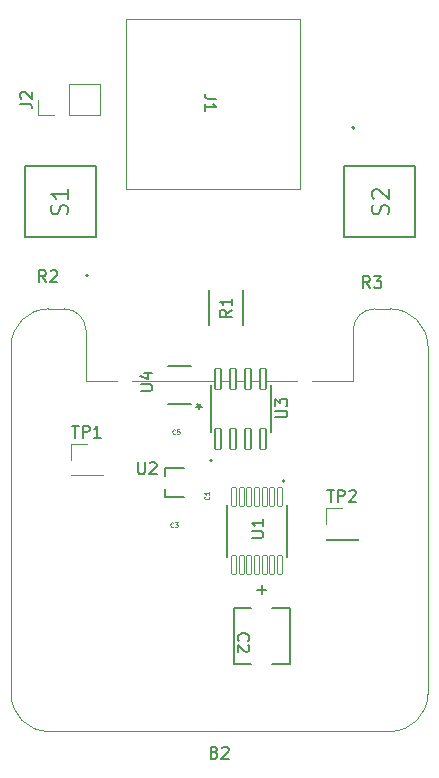
<source format=gto>
G04 #@! TF.GenerationSoftware,KiCad,Pcbnew,7.0.5*
G04 #@! TF.CreationDate,2023-07-10T18:36:48-07:00*
G04 #@! TF.ProjectId,Breakout,42726561-6b6f-4757-942e-6b696361645f,rev?*
G04 #@! TF.SameCoordinates,Original*
G04 #@! TF.FileFunction,Legend,Top*
G04 #@! TF.FilePolarity,Positive*
%FSLAX46Y46*%
G04 Gerber Fmt 4.6, Leading zero omitted, Abs format (unit mm)*
G04 Created by KiCad (PCBNEW 7.0.5) date 2023-07-10 18:36:48*
%MOMM*%
%LPD*%
G01*
G04 APERTURE LIST*
G04 Aperture macros list*
%AMRoundRect*
0 Rectangle with rounded corners*
0 $1 Rounding radius*
0 $2 $3 $4 $5 $6 $7 $8 $9 X,Y pos of 4 corners*
0 Add a 4 corners polygon primitive as box body*
4,1,4,$2,$3,$4,$5,$6,$7,$8,$9,$2,$3,0*
0 Add four circle primitives for the rounded corners*
1,1,$1+$1,$2,$3*
1,1,$1+$1,$4,$5*
1,1,$1+$1,$6,$7*
1,1,$1+$1,$8,$9*
0 Add four rect primitives between the rounded corners*
20,1,$1+$1,$2,$3,$4,$5,0*
20,1,$1+$1,$4,$5,$6,$7,0*
20,1,$1+$1,$6,$7,$8,$9,0*
20,1,$1+$1,$8,$9,$2,$3,0*%
G04 Aperture macros list end*
%ADD10C,0.150000*%
%ADD11C,0.098425*%
%ADD12C,0.120000*%
%ADD13C,0.200000*%
%ADD14C,0.127000*%
%ADD15C,0.152400*%
%ADD16C,2.700000*%
%ADD17R,1.700000X1.700000*%
%ADD18C,1.700000*%
%ADD19RoundRect,0.048800X0.256200X-0.871200X0.256200X0.871200X-0.256200X0.871200X-0.256200X-0.871200X0*%
%ADD20R,0.758800X0.350799*%
%ADD21R,0.920000X0.980000*%
%ADD22R,2.667000X1.955800*%
%ADD23R,1.106399X0.466400*%
%ADD24R,1.400000X2.100000*%
%ADD25R,0.980000X0.920000*%
%ADD26R,0.972299X0.558000*%
%ADD27RoundRect,0.020500X-0.184500X0.764500X-0.184500X-0.764500X0.184500X-0.764500X0.184500X0.764500X0*%
%ADD28O,1.700000X1.700000*%
%ADD29R,1.092200X2.108200*%
%ADD30C,3.100000*%
%ADD31R,1.725000X1.725000*%
%ADD32C,1.725000*%
G04 APERTURE END LIST*
D10*
X122317238Y-126631009D02*
X122460095Y-126678628D01*
X122460095Y-126678628D02*
X122507714Y-126726247D01*
X122507714Y-126726247D02*
X122555333Y-126821485D01*
X122555333Y-126821485D02*
X122555333Y-126964342D01*
X122555333Y-126964342D02*
X122507714Y-127059580D01*
X122507714Y-127059580D02*
X122460095Y-127107200D01*
X122460095Y-127107200D02*
X122364857Y-127154819D01*
X122364857Y-127154819D02*
X121983905Y-127154819D01*
X121983905Y-127154819D02*
X121983905Y-126154819D01*
X121983905Y-126154819D02*
X122317238Y-126154819D01*
X122317238Y-126154819D02*
X122412476Y-126202438D01*
X122412476Y-126202438D02*
X122460095Y-126250057D01*
X122460095Y-126250057D02*
X122507714Y-126345295D01*
X122507714Y-126345295D02*
X122507714Y-126440533D01*
X122507714Y-126440533D02*
X122460095Y-126535771D01*
X122460095Y-126535771D02*
X122412476Y-126583390D01*
X122412476Y-126583390D02*
X122317238Y-126631009D01*
X122317238Y-126631009D02*
X121983905Y-126631009D01*
X122936286Y-126250057D02*
X122983905Y-126202438D01*
X122983905Y-126202438D02*
X123079143Y-126154819D01*
X123079143Y-126154819D02*
X123317238Y-126154819D01*
X123317238Y-126154819D02*
X123412476Y-126202438D01*
X123412476Y-126202438D02*
X123460095Y-126250057D01*
X123460095Y-126250057D02*
X123507714Y-126345295D01*
X123507714Y-126345295D02*
X123507714Y-126440533D01*
X123507714Y-126440533D02*
X123460095Y-126583390D01*
X123460095Y-126583390D02*
X122888667Y-127154819D01*
X122888667Y-127154819D02*
X123507714Y-127154819D01*
X127454819Y-98261904D02*
X128264342Y-98261904D01*
X128264342Y-98261904D02*
X128359580Y-98214285D01*
X128359580Y-98214285D02*
X128407200Y-98166666D01*
X128407200Y-98166666D02*
X128454819Y-98071428D01*
X128454819Y-98071428D02*
X128454819Y-97880952D01*
X128454819Y-97880952D02*
X128407200Y-97785714D01*
X128407200Y-97785714D02*
X128359580Y-97738095D01*
X128359580Y-97738095D02*
X128264342Y-97690476D01*
X128264342Y-97690476D02*
X127454819Y-97690476D01*
X127454819Y-97309523D02*
X127454819Y-96690476D01*
X127454819Y-96690476D02*
X127835771Y-97023809D01*
X127835771Y-97023809D02*
X127835771Y-96880952D01*
X127835771Y-96880952D02*
X127883390Y-96785714D01*
X127883390Y-96785714D02*
X127931009Y-96738095D01*
X127931009Y-96738095D02*
X128026247Y-96690476D01*
X128026247Y-96690476D02*
X128264342Y-96690476D01*
X128264342Y-96690476D02*
X128359580Y-96738095D01*
X128359580Y-96738095D02*
X128407200Y-96785714D01*
X128407200Y-96785714D02*
X128454819Y-96880952D01*
X128454819Y-96880952D02*
X128454819Y-97166666D01*
X128454819Y-97166666D02*
X128407200Y-97261904D01*
X128407200Y-97261904D02*
X128359580Y-97309523D01*
X108037333Y-86814819D02*
X107704000Y-86338628D01*
X107465905Y-86814819D02*
X107465905Y-85814819D01*
X107465905Y-85814819D02*
X107846857Y-85814819D01*
X107846857Y-85814819D02*
X107942095Y-85862438D01*
X107942095Y-85862438D02*
X107989714Y-85910057D01*
X107989714Y-85910057D02*
X108037333Y-86005295D01*
X108037333Y-86005295D02*
X108037333Y-86148152D01*
X108037333Y-86148152D02*
X107989714Y-86243390D01*
X107989714Y-86243390D02*
X107942095Y-86291009D01*
X107942095Y-86291009D02*
X107846857Y-86338628D01*
X107846857Y-86338628D02*
X107465905Y-86338628D01*
X108418286Y-85910057D02*
X108465905Y-85862438D01*
X108465905Y-85862438D02*
X108561143Y-85814819D01*
X108561143Y-85814819D02*
X108799238Y-85814819D01*
X108799238Y-85814819D02*
X108894476Y-85862438D01*
X108894476Y-85862438D02*
X108942095Y-85910057D01*
X108942095Y-85910057D02*
X108989714Y-86005295D01*
X108989714Y-86005295D02*
X108989714Y-86100533D01*
X108989714Y-86100533D02*
X108942095Y-86243390D01*
X108942095Y-86243390D02*
X108370667Y-86814819D01*
X108370667Y-86814819D02*
X108989714Y-86814819D01*
D11*
X118806383Y-107519519D02*
X118787635Y-107538267D01*
X118787635Y-107538267D02*
X118731392Y-107557014D01*
X118731392Y-107557014D02*
X118693897Y-107557014D01*
X118693897Y-107557014D02*
X118637654Y-107538267D01*
X118637654Y-107538267D02*
X118600159Y-107500771D01*
X118600159Y-107500771D02*
X118581411Y-107463276D01*
X118581411Y-107463276D02*
X118562663Y-107388285D01*
X118562663Y-107388285D02*
X118562663Y-107332042D01*
X118562663Y-107332042D02*
X118581411Y-107257052D01*
X118581411Y-107257052D02*
X118600159Y-107219556D01*
X118600159Y-107219556D02*
X118637654Y-107182061D01*
X118637654Y-107182061D02*
X118693897Y-107163313D01*
X118693897Y-107163313D02*
X118731392Y-107163313D01*
X118731392Y-107163313D02*
X118787635Y-107182061D01*
X118787635Y-107182061D02*
X118806383Y-107200809D01*
X118937617Y-107163313D02*
X119181336Y-107163313D01*
X119181336Y-107163313D02*
X119050103Y-107313295D01*
X119050103Y-107313295D02*
X119106346Y-107313295D01*
X119106346Y-107313295D02*
X119143841Y-107332042D01*
X119143841Y-107332042D02*
X119162589Y-107350790D01*
X119162589Y-107350790D02*
X119181336Y-107388285D01*
X119181336Y-107388285D02*
X119181336Y-107482024D01*
X119181336Y-107482024D02*
X119162589Y-107519519D01*
X119162589Y-107519519D02*
X119143841Y-107538267D01*
X119143841Y-107538267D02*
X119106346Y-107557014D01*
X119106346Y-107557014D02*
X118993860Y-107557014D01*
X118993860Y-107557014D02*
X118956364Y-107538267D01*
X118956364Y-107538267D02*
X118937617Y-107519519D01*
D10*
X123754819Y-89166666D02*
X123278628Y-89499999D01*
X123754819Y-89738094D02*
X122754819Y-89738094D01*
X122754819Y-89738094D02*
X122754819Y-89357142D01*
X122754819Y-89357142D02*
X122802438Y-89261904D01*
X122802438Y-89261904D02*
X122850057Y-89214285D01*
X122850057Y-89214285D02*
X122945295Y-89166666D01*
X122945295Y-89166666D02*
X123088152Y-89166666D01*
X123088152Y-89166666D02*
X123183390Y-89214285D01*
X123183390Y-89214285D02*
X123231009Y-89261904D01*
X123231009Y-89261904D02*
X123278628Y-89357142D01*
X123278628Y-89357142D02*
X123278628Y-89738094D01*
X123754819Y-88214285D02*
X123754819Y-88785713D01*
X123754819Y-88499999D02*
X122754819Y-88499999D01*
X122754819Y-88499999D02*
X122897676Y-88595237D01*
X122897676Y-88595237D02*
X122992914Y-88690475D01*
X122992914Y-88690475D02*
X123040533Y-88785713D01*
X115824095Y-102070819D02*
X115824095Y-102880342D01*
X115824095Y-102880342D02*
X115871714Y-102975580D01*
X115871714Y-102975580D02*
X115919333Y-103023200D01*
X115919333Y-103023200D02*
X116014571Y-103070819D01*
X116014571Y-103070819D02*
X116205047Y-103070819D01*
X116205047Y-103070819D02*
X116300285Y-103023200D01*
X116300285Y-103023200D02*
X116347904Y-102975580D01*
X116347904Y-102975580D02*
X116395523Y-102880342D01*
X116395523Y-102880342D02*
X116395523Y-102070819D01*
X116824095Y-102166057D02*
X116871714Y-102118438D01*
X116871714Y-102118438D02*
X116966952Y-102070819D01*
X116966952Y-102070819D02*
X117205047Y-102070819D01*
X117205047Y-102070819D02*
X117300285Y-102118438D01*
X117300285Y-102118438D02*
X117347904Y-102166057D01*
X117347904Y-102166057D02*
X117395523Y-102261295D01*
X117395523Y-102261295D02*
X117395523Y-102356533D01*
X117395523Y-102356533D02*
X117347904Y-102499390D01*
X117347904Y-102499390D02*
X116776476Y-103070819D01*
X116776476Y-103070819D02*
X117395523Y-103070819D01*
X109793200Y-81076666D02*
X109859866Y-80876666D01*
X109859866Y-80876666D02*
X109859866Y-80543333D01*
X109859866Y-80543333D02*
X109793200Y-80409999D01*
X109793200Y-80409999D02*
X109726533Y-80343333D01*
X109726533Y-80343333D02*
X109593200Y-80276666D01*
X109593200Y-80276666D02*
X109459866Y-80276666D01*
X109459866Y-80276666D02*
X109326533Y-80343333D01*
X109326533Y-80343333D02*
X109259866Y-80409999D01*
X109259866Y-80409999D02*
X109193200Y-80543333D01*
X109193200Y-80543333D02*
X109126533Y-80809999D01*
X109126533Y-80809999D02*
X109059866Y-80943333D01*
X109059866Y-80943333D02*
X108993200Y-81009999D01*
X108993200Y-81009999D02*
X108859866Y-81076666D01*
X108859866Y-81076666D02*
X108726533Y-81076666D01*
X108726533Y-81076666D02*
X108593200Y-81009999D01*
X108593200Y-81009999D02*
X108526533Y-80943333D01*
X108526533Y-80943333D02*
X108459866Y-80809999D01*
X108459866Y-80809999D02*
X108459866Y-80476666D01*
X108459866Y-80476666D02*
X108526533Y-80276666D01*
X109859866Y-78943333D02*
X109859866Y-79743333D01*
X109859866Y-79343333D02*
X108459866Y-79343333D01*
X108459866Y-79343333D02*
X108659866Y-79476666D01*
X108659866Y-79476666D02*
X108793200Y-79610000D01*
X108793200Y-79610000D02*
X108859866Y-79743333D01*
X110244095Y-98978819D02*
X110815523Y-98978819D01*
X110529809Y-99978819D02*
X110529809Y-98978819D01*
X111148857Y-99978819D02*
X111148857Y-98978819D01*
X111148857Y-98978819D02*
X111529809Y-98978819D01*
X111529809Y-98978819D02*
X111625047Y-99026438D01*
X111625047Y-99026438D02*
X111672666Y-99074057D01*
X111672666Y-99074057D02*
X111720285Y-99169295D01*
X111720285Y-99169295D02*
X111720285Y-99312152D01*
X111720285Y-99312152D02*
X111672666Y-99407390D01*
X111672666Y-99407390D02*
X111625047Y-99455009D01*
X111625047Y-99455009D02*
X111529809Y-99502628D01*
X111529809Y-99502628D02*
X111148857Y-99502628D01*
X112672666Y-99978819D02*
X112101238Y-99978819D01*
X112386952Y-99978819D02*
X112386952Y-98978819D01*
X112386952Y-98978819D02*
X112291714Y-99121676D01*
X112291714Y-99121676D02*
X112196476Y-99216914D01*
X112196476Y-99216914D02*
X112101238Y-99264533D01*
X131838095Y-104424819D02*
X132409523Y-104424819D01*
X132123809Y-105424819D02*
X132123809Y-104424819D01*
X132742857Y-105424819D02*
X132742857Y-104424819D01*
X132742857Y-104424819D02*
X133123809Y-104424819D01*
X133123809Y-104424819D02*
X133219047Y-104472438D01*
X133219047Y-104472438D02*
X133266666Y-104520057D01*
X133266666Y-104520057D02*
X133314285Y-104615295D01*
X133314285Y-104615295D02*
X133314285Y-104758152D01*
X133314285Y-104758152D02*
X133266666Y-104853390D01*
X133266666Y-104853390D02*
X133219047Y-104901009D01*
X133219047Y-104901009D02*
X133123809Y-104948628D01*
X133123809Y-104948628D02*
X132742857Y-104948628D01*
X133695238Y-104520057D02*
X133742857Y-104472438D01*
X133742857Y-104472438D02*
X133838095Y-104424819D01*
X133838095Y-104424819D02*
X134076190Y-104424819D01*
X134076190Y-104424819D02*
X134171428Y-104472438D01*
X134171428Y-104472438D02*
X134219047Y-104520057D01*
X134219047Y-104520057D02*
X134266666Y-104615295D01*
X134266666Y-104615295D02*
X134266666Y-104710533D01*
X134266666Y-104710533D02*
X134219047Y-104853390D01*
X134219047Y-104853390D02*
X133647619Y-105424819D01*
X133647619Y-105424819D02*
X134266666Y-105424819D01*
D11*
X121805519Y-104967616D02*
X121824267Y-104986364D01*
X121824267Y-104986364D02*
X121843014Y-105042607D01*
X121843014Y-105042607D02*
X121843014Y-105080102D01*
X121843014Y-105080102D02*
X121824267Y-105136345D01*
X121824267Y-105136345D02*
X121786771Y-105173841D01*
X121786771Y-105173841D02*
X121749276Y-105192588D01*
X121749276Y-105192588D02*
X121674285Y-105211336D01*
X121674285Y-105211336D02*
X121618042Y-105211336D01*
X121618042Y-105211336D02*
X121543052Y-105192588D01*
X121543052Y-105192588D02*
X121505556Y-105173841D01*
X121505556Y-105173841D02*
X121468061Y-105136345D01*
X121468061Y-105136345D02*
X121449313Y-105080102D01*
X121449313Y-105080102D02*
X121449313Y-105042607D01*
X121449313Y-105042607D02*
X121468061Y-104986364D01*
X121468061Y-104986364D02*
X121486809Y-104967616D01*
X121843014Y-104592663D02*
X121843014Y-104817635D01*
X121843014Y-104705149D02*
X121449313Y-104705149D01*
X121449313Y-104705149D02*
X121505556Y-104742644D01*
X121505556Y-104742644D02*
X121543052Y-104780140D01*
X121543052Y-104780140D02*
X121561799Y-104817635D01*
D10*
X116040819Y-96011904D02*
X116850342Y-96011904D01*
X116850342Y-96011904D02*
X116945580Y-95964285D01*
X116945580Y-95964285D02*
X116993200Y-95916666D01*
X116993200Y-95916666D02*
X117040819Y-95821428D01*
X117040819Y-95821428D02*
X117040819Y-95630952D01*
X117040819Y-95630952D02*
X116993200Y-95535714D01*
X116993200Y-95535714D02*
X116945580Y-95488095D01*
X116945580Y-95488095D02*
X116850342Y-95440476D01*
X116850342Y-95440476D02*
X116040819Y-95440476D01*
X116374152Y-94535714D02*
X117040819Y-94535714D01*
X115993200Y-94773809D02*
X116707485Y-95011904D01*
X116707485Y-95011904D02*
X116707485Y-94392857D01*
X120966449Y-97545180D02*
X120966449Y-97307085D01*
X121204544Y-97402323D02*
X120966449Y-97307085D01*
X120966449Y-97307085D02*
X120728354Y-97402323D01*
X121109306Y-97116609D02*
X120966449Y-97307085D01*
X120966449Y-97307085D02*
X120823592Y-97116609D01*
X120966449Y-97545180D02*
X120966449Y-97307085D01*
X121204544Y-97402323D02*
X120966449Y-97307085D01*
X120966449Y-97307085D02*
X120728354Y-97402323D01*
X121109306Y-97116609D02*
X120966449Y-97307085D01*
X120966449Y-97307085D02*
X120823592Y-97116609D01*
D11*
X118974383Y-99644519D02*
X118955635Y-99663267D01*
X118955635Y-99663267D02*
X118899392Y-99682014D01*
X118899392Y-99682014D02*
X118861897Y-99682014D01*
X118861897Y-99682014D02*
X118805654Y-99663267D01*
X118805654Y-99663267D02*
X118768159Y-99625771D01*
X118768159Y-99625771D02*
X118749411Y-99588276D01*
X118749411Y-99588276D02*
X118730663Y-99513285D01*
X118730663Y-99513285D02*
X118730663Y-99457042D01*
X118730663Y-99457042D02*
X118749411Y-99382052D01*
X118749411Y-99382052D02*
X118768159Y-99344556D01*
X118768159Y-99344556D02*
X118805654Y-99307061D01*
X118805654Y-99307061D02*
X118861897Y-99288313D01*
X118861897Y-99288313D02*
X118899392Y-99288313D01*
X118899392Y-99288313D02*
X118955635Y-99307061D01*
X118955635Y-99307061D02*
X118974383Y-99325809D01*
X119330589Y-99288313D02*
X119143112Y-99288313D01*
X119143112Y-99288313D02*
X119124364Y-99475790D01*
X119124364Y-99475790D02*
X119143112Y-99457042D01*
X119143112Y-99457042D02*
X119180607Y-99438295D01*
X119180607Y-99438295D02*
X119274346Y-99438295D01*
X119274346Y-99438295D02*
X119311841Y-99457042D01*
X119311841Y-99457042D02*
X119330589Y-99475790D01*
X119330589Y-99475790D02*
X119349336Y-99513285D01*
X119349336Y-99513285D02*
X119349336Y-99607024D01*
X119349336Y-99607024D02*
X119330589Y-99644519D01*
X119330589Y-99644519D02*
X119311841Y-99663267D01*
X119311841Y-99663267D02*
X119274346Y-99682014D01*
X119274346Y-99682014D02*
X119180607Y-99682014D01*
X119180607Y-99682014D02*
X119143112Y-99663267D01*
X119143112Y-99663267D02*
X119124364Y-99644519D01*
D10*
X136971200Y-81076666D02*
X137037866Y-80876666D01*
X137037866Y-80876666D02*
X137037866Y-80543333D01*
X137037866Y-80543333D02*
X136971200Y-80409999D01*
X136971200Y-80409999D02*
X136904533Y-80343333D01*
X136904533Y-80343333D02*
X136771200Y-80276666D01*
X136771200Y-80276666D02*
X136637866Y-80276666D01*
X136637866Y-80276666D02*
X136504533Y-80343333D01*
X136504533Y-80343333D02*
X136437866Y-80409999D01*
X136437866Y-80409999D02*
X136371200Y-80543333D01*
X136371200Y-80543333D02*
X136304533Y-80809999D01*
X136304533Y-80809999D02*
X136237866Y-80943333D01*
X136237866Y-80943333D02*
X136171200Y-81009999D01*
X136171200Y-81009999D02*
X136037866Y-81076666D01*
X136037866Y-81076666D02*
X135904533Y-81076666D01*
X135904533Y-81076666D02*
X135771200Y-81009999D01*
X135771200Y-81009999D02*
X135704533Y-80943333D01*
X135704533Y-80943333D02*
X135637866Y-80809999D01*
X135637866Y-80809999D02*
X135637866Y-80476666D01*
X135637866Y-80476666D02*
X135704533Y-80276666D01*
X135771200Y-79743333D02*
X135704533Y-79676666D01*
X135704533Y-79676666D02*
X135637866Y-79543333D01*
X135637866Y-79543333D02*
X135637866Y-79210000D01*
X135637866Y-79210000D02*
X135704533Y-79076666D01*
X135704533Y-79076666D02*
X135771200Y-79010000D01*
X135771200Y-79010000D02*
X135904533Y-78943333D01*
X135904533Y-78943333D02*
X136037866Y-78943333D01*
X136037866Y-78943333D02*
X136237866Y-79010000D01*
X136237866Y-79010000D02*
X137037866Y-79810000D01*
X137037866Y-79810000D02*
X137037866Y-78943333D01*
X125438819Y-108457904D02*
X126248342Y-108457904D01*
X126248342Y-108457904D02*
X126343580Y-108410285D01*
X126343580Y-108410285D02*
X126391200Y-108362666D01*
X126391200Y-108362666D02*
X126438819Y-108267428D01*
X126438819Y-108267428D02*
X126438819Y-108076952D01*
X126438819Y-108076952D02*
X126391200Y-107981714D01*
X126391200Y-107981714D02*
X126343580Y-107934095D01*
X126343580Y-107934095D02*
X126248342Y-107886476D01*
X126248342Y-107886476D02*
X125438819Y-107886476D01*
X126438819Y-106886476D02*
X126438819Y-107457904D01*
X126438819Y-107172190D02*
X125438819Y-107172190D01*
X125438819Y-107172190D02*
X125581676Y-107267428D01*
X125581676Y-107267428D02*
X125676914Y-107362666D01*
X125676914Y-107362666D02*
X125724533Y-107457904D01*
X105836819Y-71707333D02*
X106551104Y-71707333D01*
X106551104Y-71707333D02*
X106693961Y-71754952D01*
X106693961Y-71754952D02*
X106789200Y-71850190D01*
X106789200Y-71850190D02*
X106836819Y-71993047D01*
X106836819Y-71993047D02*
X106836819Y-72088285D01*
X105932057Y-71278761D02*
X105884438Y-71231142D01*
X105884438Y-71231142D02*
X105836819Y-71135904D01*
X105836819Y-71135904D02*
X105836819Y-70897809D01*
X105836819Y-70897809D02*
X105884438Y-70802571D01*
X105884438Y-70802571D02*
X105932057Y-70754952D01*
X105932057Y-70754952D02*
X106027295Y-70707333D01*
X106027295Y-70707333D02*
X106122533Y-70707333D01*
X106122533Y-70707333D02*
X106265390Y-70754952D01*
X106265390Y-70754952D02*
X106836819Y-71326380D01*
X106836819Y-71326380D02*
X106836819Y-70707333D01*
X124354419Y-117181333D02*
X124306800Y-117133714D01*
X124306800Y-117133714D02*
X124259180Y-116990857D01*
X124259180Y-116990857D02*
X124259180Y-116895619D01*
X124259180Y-116895619D02*
X124306800Y-116752762D01*
X124306800Y-116752762D02*
X124402038Y-116657524D01*
X124402038Y-116657524D02*
X124497276Y-116609905D01*
X124497276Y-116609905D02*
X124687752Y-116562286D01*
X124687752Y-116562286D02*
X124830609Y-116562286D01*
X124830609Y-116562286D02*
X125021085Y-116609905D01*
X125021085Y-116609905D02*
X125116323Y-116657524D01*
X125116323Y-116657524D02*
X125211561Y-116752762D01*
X125211561Y-116752762D02*
X125259180Y-116895619D01*
X125259180Y-116895619D02*
X125259180Y-116990857D01*
X125259180Y-116990857D02*
X125211561Y-117133714D01*
X125211561Y-117133714D02*
X125163942Y-117181333D01*
X125163942Y-117562286D02*
X125211561Y-117609905D01*
X125211561Y-117609905D02*
X125259180Y-117705143D01*
X125259180Y-117705143D02*
X125259180Y-117943238D01*
X125259180Y-117943238D02*
X125211561Y-118038476D01*
X125211561Y-118038476D02*
X125163942Y-118086095D01*
X125163942Y-118086095D02*
X125068704Y-118133714D01*
X125068704Y-118133714D02*
X124973466Y-118133714D01*
X124973466Y-118133714D02*
X124830609Y-118086095D01*
X124830609Y-118086095D02*
X124259180Y-117514667D01*
X124259180Y-117514667D02*
X124259180Y-118133714D01*
X122465180Y-71294666D02*
X121750895Y-71294666D01*
X121750895Y-71294666D02*
X121608038Y-71247047D01*
X121608038Y-71247047D02*
X121512800Y-71151809D01*
X121512800Y-71151809D02*
X121465180Y-71008952D01*
X121465180Y-71008952D02*
X121465180Y-70913714D01*
X121465180Y-72294666D02*
X121465180Y-71723238D01*
X121465180Y-72008952D02*
X122465180Y-72008952D01*
X122465180Y-72008952D02*
X122322323Y-71913714D01*
X122322323Y-71913714D02*
X122227085Y-71818476D01*
X122227085Y-71818476D02*
X122179466Y-71723238D01*
X135469333Y-87322819D02*
X135136000Y-86846628D01*
X134897905Y-87322819D02*
X134897905Y-86322819D01*
X134897905Y-86322819D02*
X135278857Y-86322819D01*
X135278857Y-86322819D02*
X135374095Y-86370438D01*
X135374095Y-86370438D02*
X135421714Y-86418057D01*
X135421714Y-86418057D02*
X135469333Y-86513295D01*
X135469333Y-86513295D02*
X135469333Y-86656152D01*
X135469333Y-86656152D02*
X135421714Y-86751390D01*
X135421714Y-86751390D02*
X135374095Y-86799009D01*
X135374095Y-86799009D02*
X135278857Y-86846628D01*
X135278857Y-86846628D02*
X134897905Y-86846628D01*
X135802667Y-86322819D02*
X136421714Y-86322819D01*
X136421714Y-86322819D02*
X136088381Y-86703771D01*
X136088381Y-86703771D02*
X136231238Y-86703771D01*
X136231238Y-86703771D02*
X136326476Y-86751390D01*
X136326476Y-86751390D02*
X136374095Y-86799009D01*
X136374095Y-86799009D02*
X136421714Y-86894247D01*
X136421714Y-86894247D02*
X136421714Y-87132342D01*
X136421714Y-87132342D02*
X136374095Y-87227580D01*
X136374095Y-87227580D02*
X136326476Y-87275200D01*
X136326476Y-87275200D02*
X136231238Y-87322819D01*
X136231238Y-87322819D02*
X135945524Y-87322819D01*
X135945524Y-87322819D02*
X135850286Y-87275200D01*
X135850286Y-87275200D02*
X135802667Y-87227580D01*
D12*
X140358000Y-121700000D02*
X140358000Y-92236000D01*
X135850000Y-89078000D02*
X137202000Y-89078000D01*
X134042000Y-95174000D02*
X134042000Y-90886000D01*
X134042000Y-95174000D02*
X111402000Y-95174000D01*
X111402000Y-95174000D02*
X111402000Y-90886000D01*
X109594000Y-89078000D02*
X108242000Y-89078000D01*
X108244000Y-124858000D02*
X137200000Y-124858000D01*
X105086000Y-121700000D02*
X105086000Y-92236000D01*
X137200000Y-124858000D02*
G75*
G03*
X140358000Y-121700000I-1J3158001D01*
G01*
X140358000Y-92236000D02*
G75*
G03*
X137200000Y-89078000I-3158001J-1D01*
G01*
X135848000Y-89078000D02*
G75*
G03*
X134042000Y-90888000I2000J-1808000D01*
G01*
X111402000Y-90888000D02*
G75*
G03*
X109596000Y-89078000I-1808000J2000D01*
G01*
X105086000Y-121700000D02*
G75*
G03*
X108244000Y-124858000I3158000J0D01*
G01*
X108244000Y-89078000D02*
G75*
G03*
X105086000Y-92236000I0J-3158000D01*
G01*
D13*
X122110000Y-101900000D02*
G75*
G03*
X122110000Y-101900000I-100000J0D01*
G01*
D14*
X121995000Y-99525000D02*
X121995000Y-95525000D01*
X127055000Y-99525000D02*
X127055000Y-95525000D01*
D15*
X124735100Y-90486551D02*
X124735100Y-87513449D01*
X121864900Y-87513449D02*
X121864900Y-90486551D01*
X120220800Y-106174900D02*
G75*
G03*
X120220800Y-106174900I-127000J0D01*
G01*
X119700100Y-102568100D02*
X118099900Y-102568100D01*
X118099900Y-102568100D02*
X118099900Y-103234060D01*
X118099900Y-105031900D02*
X119700100Y-105031900D01*
X118099900Y-104365940D02*
X118099900Y-105031900D01*
D14*
X106250000Y-83000000D02*
X112250000Y-83000000D01*
X112250000Y-83000000D02*
X112250000Y-77000000D01*
X112250000Y-77000000D02*
X106250000Y-77000000D01*
X106250000Y-77000000D02*
X106250000Y-83000000D01*
D13*
X111600000Y-86250000D02*
G75*
G03*
X111600000Y-86250000I-100000J0D01*
G01*
D12*
X110176000Y-100524000D02*
X111506000Y-100524000D01*
X110176000Y-103124000D02*
X112836000Y-103124000D01*
X110176000Y-103184000D02*
X112836000Y-103184000D01*
X112836000Y-103124000D02*
X112836000Y-103184000D01*
X110176000Y-103124000D02*
X110176000Y-103184000D01*
X110176000Y-101854000D02*
X110176000Y-100524000D01*
X131770000Y-105970000D02*
X133100000Y-105970000D01*
X131770000Y-108570000D02*
X134430000Y-108570000D01*
X131770000Y-108630000D02*
X134430000Y-108630000D01*
X134430000Y-108570000D02*
X134430000Y-108630000D01*
X131770000Y-108570000D02*
X131770000Y-108630000D01*
X131770000Y-107300000D02*
X131770000Y-105970000D01*
D15*
X120353300Y-93899400D02*
X118346700Y-93899400D01*
X118346700Y-97150600D02*
X120353300Y-97150600D01*
D14*
X139300000Y-77000000D02*
X133300000Y-77000000D01*
X133300000Y-77000000D02*
X133300000Y-83000000D01*
X133300000Y-83000000D02*
X139300000Y-83000000D01*
X139300000Y-83000000D02*
X139300000Y-77000000D01*
D13*
X134150000Y-73750000D02*
G75*
G03*
X134150000Y-73750000I-100000J0D01*
G01*
X128260000Y-103660000D02*
G75*
G03*
X128260000Y-103660000I-100000J0D01*
G01*
D14*
X128400000Y-105700000D02*
X128400000Y-110100000D01*
X123400000Y-105700000D02*
X123400000Y-110100000D01*
D12*
X108712000Y-72704000D02*
X107382000Y-72704000D01*
X112582000Y-72704000D02*
X112582000Y-70044000D01*
X109982000Y-72704000D02*
X112582000Y-72704000D01*
X109982000Y-72704000D02*
X109982000Y-70044000D01*
X107382000Y-72704000D02*
X107382000Y-71374000D01*
X109982000Y-70044000D02*
X112582000Y-70044000D01*
D15*
X126300000Y-113256700D02*
X126300000Y-112494700D01*
X126681000Y-112875700D02*
X125919000Y-112875700D01*
X123925100Y-114425100D02*
X123925100Y-119174900D01*
X123925100Y-119174900D02*
X125421160Y-119174900D01*
X128674900Y-119174900D02*
X128674900Y-114425100D01*
X128674900Y-114425100D02*
X127178840Y-114425100D01*
X125421160Y-114425100D02*
X123925100Y-114425100D01*
X127178840Y-119174900D02*
X128674900Y-119174900D01*
D12*
X129554000Y-78942000D02*
X114794000Y-78942000D01*
X114794000Y-78942000D02*
X114794000Y-64522000D01*
X114794000Y-64522000D02*
X129554000Y-64522000D01*
X129554000Y-64522000D02*
X129554000Y-78942000D01*
%LPC*%
D16*
X137200000Y-121700000D03*
X137200000Y-92236000D03*
X108244000Y-121700000D03*
X108244000Y-92236000D03*
D17*
X126532000Y-121700000D03*
D18*
X123992000Y-121700000D03*
X121452000Y-121700000D03*
X118912000Y-121700000D03*
D19*
X122620000Y-100060000D03*
X123890000Y-100060000D03*
X125160000Y-100060000D03*
X126430000Y-100060000D03*
X126430000Y-94990000D03*
X125160000Y-94990000D03*
X123890000Y-94990000D03*
X122620000Y-94990000D03*
D20*
X107020600Y-87884000D03*
X107979400Y-87884000D03*
D21*
X119875000Y-106300000D03*
X118325000Y-106300000D03*
D22*
X123300000Y-91781300D03*
X123300000Y-86218700D03*
D23*
X119890600Y-104449999D03*
X119890600Y-103150001D03*
X117909400Y-103800000D03*
D24*
X111500000Y-84550000D03*
X111500000Y-75450000D03*
X107000000Y-75450000D03*
X107000000Y-84550000D03*
D17*
X111506000Y-101854000D03*
X133100000Y-107300000D03*
D25*
X122225000Y-107600000D03*
X122225000Y-106050000D03*
D26*
X120712451Y-96475001D03*
X120712451Y-95525000D03*
X120712451Y-94574999D03*
X117987549Y-94574999D03*
X117987549Y-95525000D03*
X117987549Y-96475001D03*
D21*
X119575000Y-98425000D03*
X118025000Y-98425000D03*
D24*
X134050000Y-75450000D03*
X134050000Y-84550000D03*
X138550000Y-84550000D03*
X138550000Y-75450000D03*
D27*
X127850000Y-105030000D03*
X127200000Y-105030000D03*
X126550000Y-105030000D03*
X125900000Y-105030000D03*
X125250000Y-105030000D03*
X124600000Y-105030000D03*
X123950000Y-105030000D03*
X123950000Y-110770000D03*
X124600000Y-110770000D03*
X125250000Y-110770000D03*
X125900000Y-110770000D03*
X126550000Y-110770000D03*
X127200000Y-110770000D03*
X127850000Y-110770000D03*
D17*
X108712000Y-71374000D03*
D28*
X111252000Y-71374000D03*
D29*
X126300000Y-115047400D03*
X126300000Y-118552600D03*
D30*
X127254000Y-71882000D03*
X117094000Y-71882000D03*
D18*
X122174000Y-76962000D03*
X119634000Y-76962000D03*
D20*
X138581000Y-87630000D03*
X137622200Y-87630000D03*
D31*
X129942000Y-80619500D03*
D32*
X129942000Y-83159500D03*
X129942000Y-85699500D03*
X129942000Y-88239500D03*
X129942000Y-90779500D03*
X129942000Y-93319500D03*
X129942000Y-95859500D03*
X129942000Y-98399500D03*
X129942000Y-100939500D03*
X129942000Y-103479500D03*
X129942000Y-106019500D03*
X129942000Y-108559500D03*
X129942000Y-111099500D03*
X129942000Y-113639500D03*
X129942000Y-116179500D03*
X114702000Y-116179500D03*
X114702000Y-113639500D03*
X114702000Y-111099500D03*
X114702000Y-108559500D03*
X114702000Y-106019500D03*
X114702000Y-103479500D03*
X114702000Y-100939500D03*
X114702000Y-98399500D03*
X114702000Y-95859500D03*
X114702000Y-93319500D03*
X114702000Y-90779500D03*
X114702000Y-88239500D03*
X114702000Y-85699500D03*
X114702000Y-83159500D03*
D31*
X114702000Y-80619500D03*
%LPD*%
M02*

</source>
